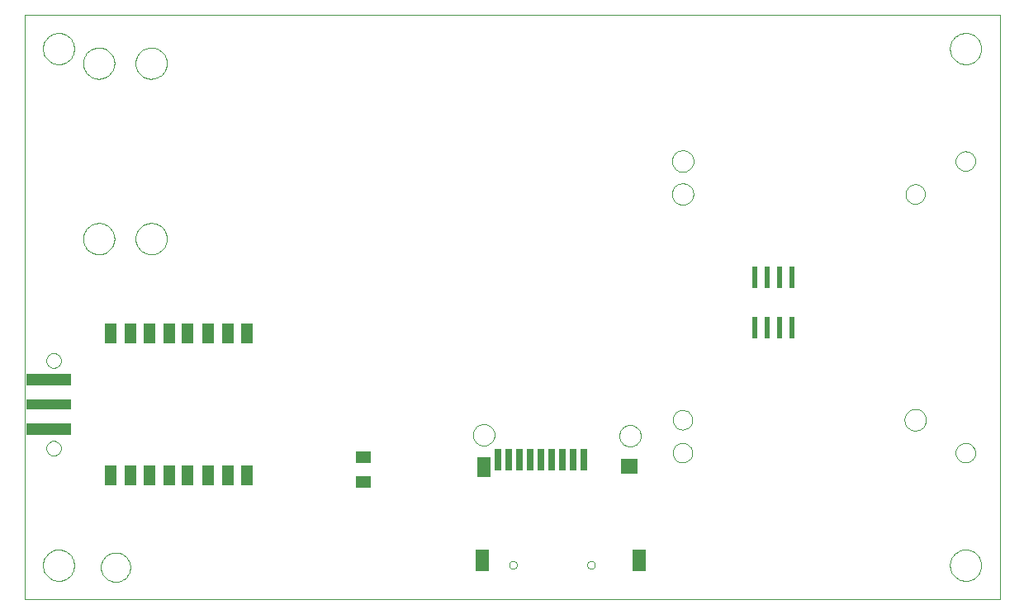
<source format=gtp>
G75*
%MOIN*%
%OFA0B0*%
%FSLAX24Y24*%
%IPPOS*%
%LPD*%
%AMOC8*
5,1,8,0,0,1.08239X$1,22.5*
%
%ADD10C,0.0000*%
%ADD11R,0.0276X0.0866*%
%ADD12R,0.0551X0.0787*%
%ADD13R,0.0551X0.0866*%
%ADD14R,0.0709X0.0630*%
%ADD15R,0.0236X0.0866*%
%ADD16R,0.0644X0.0500*%
%ADD17R,0.1800X0.0450*%
%ADD18R,0.1800X0.0400*%
%ADD19R,0.0472X0.0787*%
D10*
X004227Y002440D02*
X043597Y002440D01*
X043597Y026062D01*
X004227Y026062D01*
X004227Y002440D01*
X004975Y003818D02*
X004977Y003868D01*
X004983Y003918D01*
X004993Y003967D01*
X005007Y004015D01*
X005024Y004062D01*
X005045Y004107D01*
X005070Y004151D01*
X005098Y004192D01*
X005130Y004231D01*
X005164Y004268D01*
X005201Y004302D01*
X005241Y004332D01*
X005283Y004359D01*
X005327Y004383D01*
X005373Y004404D01*
X005420Y004420D01*
X005468Y004433D01*
X005518Y004442D01*
X005567Y004447D01*
X005618Y004448D01*
X005668Y004445D01*
X005717Y004438D01*
X005766Y004427D01*
X005814Y004412D01*
X005860Y004394D01*
X005905Y004372D01*
X005948Y004346D01*
X005989Y004317D01*
X006028Y004285D01*
X006064Y004250D01*
X006096Y004212D01*
X006126Y004172D01*
X006153Y004129D01*
X006176Y004085D01*
X006195Y004039D01*
X006211Y003991D01*
X006223Y003942D01*
X006231Y003893D01*
X006235Y003843D01*
X006235Y003793D01*
X006231Y003743D01*
X006223Y003694D01*
X006211Y003645D01*
X006195Y003597D01*
X006176Y003551D01*
X006153Y003507D01*
X006126Y003464D01*
X006096Y003424D01*
X006064Y003386D01*
X006028Y003351D01*
X005989Y003319D01*
X005948Y003290D01*
X005905Y003264D01*
X005860Y003242D01*
X005814Y003224D01*
X005766Y003209D01*
X005717Y003198D01*
X005668Y003191D01*
X005618Y003188D01*
X005567Y003189D01*
X005518Y003194D01*
X005468Y003203D01*
X005420Y003216D01*
X005373Y003232D01*
X005327Y003253D01*
X005283Y003277D01*
X005241Y003304D01*
X005201Y003334D01*
X005164Y003368D01*
X005130Y003405D01*
X005098Y003444D01*
X005070Y003485D01*
X005045Y003529D01*
X005024Y003574D01*
X005007Y003621D01*
X004993Y003669D01*
X004983Y003718D01*
X004977Y003768D01*
X004975Y003818D01*
X007317Y003739D02*
X007319Y003787D01*
X007325Y003835D01*
X007335Y003882D01*
X007348Y003928D01*
X007366Y003973D01*
X007386Y004017D01*
X007411Y004059D01*
X007439Y004098D01*
X007469Y004135D01*
X007503Y004169D01*
X007540Y004201D01*
X007578Y004230D01*
X007619Y004255D01*
X007662Y004277D01*
X007707Y004295D01*
X007753Y004309D01*
X007800Y004320D01*
X007848Y004327D01*
X007896Y004330D01*
X007944Y004329D01*
X007992Y004324D01*
X008040Y004315D01*
X008086Y004303D01*
X008131Y004286D01*
X008175Y004266D01*
X008217Y004243D01*
X008257Y004216D01*
X008295Y004186D01*
X008330Y004153D01*
X008362Y004117D01*
X008392Y004079D01*
X008418Y004038D01*
X008440Y003995D01*
X008460Y003951D01*
X008475Y003906D01*
X008487Y003859D01*
X008495Y003811D01*
X008499Y003763D01*
X008499Y003715D01*
X008495Y003667D01*
X008487Y003619D01*
X008475Y003572D01*
X008460Y003527D01*
X008440Y003483D01*
X008418Y003440D01*
X008392Y003399D01*
X008362Y003361D01*
X008330Y003325D01*
X008295Y003292D01*
X008257Y003262D01*
X008217Y003235D01*
X008175Y003212D01*
X008131Y003192D01*
X008086Y003175D01*
X008040Y003163D01*
X007992Y003154D01*
X007944Y003149D01*
X007896Y003148D01*
X007848Y003151D01*
X007800Y003158D01*
X007753Y003169D01*
X007707Y003183D01*
X007662Y003201D01*
X007619Y003223D01*
X007578Y003248D01*
X007540Y003277D01*
X007503Y003309D01*
X007469Y003343D01*
X007439Y003380D01*
X007411Y003419D01*
X007386Y003461D01*
X007366Y003505D01*
X007348Y003550D01*
X007335Y003596D01*
X007325Y003643D01*
X007319Y003691D01*
X007317Y003739D01*
X005113Y008542D02*
X005115Y008576D01*
X005121Y008610D01*
X005131Y008643D01*
X005144Y008674D01*
X005162Y008704D01*
X005182Y008732D01*
X005206Y008757D01*
X005232Y008779D01*
X005260Y008797D01*
X005291Y008813D01*
X005323Y008825D01*
X005357Y008833D01*
X005391Y008837D01*
X005425Y008837D01*
X005459Y008833D01*
X005493Y008825D01*
X005525Y008813D01*
X005555Y008797D01*
X005584Y008779D01*
X005610Y008757D01*
X005634Y008732D01*
X005654Y008704D01*
X005672Y008674D01*
X005685Y008643D01*
X005695Y008610D01*
X005701Y008576D01*
X005703Y008542D01*
X005701Y008508D01*
X005695Y008474D01*
X005685Y008441D01*
X005672Y008410D01*
X005654Y008380D01*
X005634Y008352D01*
X005610Y008327D01*
X005584Y008305D01*
X005556Y008287D01*
X005525Y008271D01*
X005493Y008259D01*
X005459Y008251D01*
X005425Y008247D01*
X005391Y008247D01*
X005357Y008251D01*
X005323Y008259D01*
X005291Y008271D01*
X005260Y008287D01*
X005232Y008305D01*
X005206Y008327D01*
X005182Y008352D01*
X005162Y008380D01*
X005144Y008410D01*
X005131Y008441D01*
X005121Y008474D01*
X005115Y008508D01*
X005113Y008542D01*
X005113Y012086D02*
X005115Y012120D01*
X005121Y012154D01*
X005131Y012187D01*
X005144Y012218D01*
X005162Y012248D01*
X005182Y012276D01*
X005206Y012301D01*
X005232Y012323D01*
X005260Y012341D01*
X005291Y012357D01*
X005323Y012369D01*
X005357Y012377D01*
X005391Y012381D01*
X005425Y012381D01*
X005459Y012377D01*
X005493Y012369D01*
X005525Y012357D01*
X005555Y012341D01*
X005584Y012323D01*
X005610Y012301D01*
X005634Y012276D01*
X005654Y012248D01*
X005672Y012218D01*
X005685Y012187D01*
X005695Y012154D01*
X005701Y012120D01*
X005703Y012086D01*
X005701Y012052D01*
X005695Y012018D01*
X005685Y011985D01*
X005672Y011954D01*
X005654Y011924D01*
X005634Y011896D01*
X005610Y011871D01*
X005584Y011849D01*
X005556Y011831D01*
X005525Y011815D01*
X005493Y011803D01*
X005459Y011795D01*
X005425Y011791D01*
X005391Y011791D01*
X005357Y011795D01*
X005323Y011803D01*
X005291Y011815D01*
X005260Y011831D01*
X005232Y011849D01*
X005206Y011871D01*
X005182Y011896D01*
X005162Y011924D01*
X005144Y011954D01*
X005131Y011985D01*
X005121Y012018D01*
X005115Y012052D01*
X005113Y012086D01*
X006601Y017007D02*
X006603Y017057D01*
X006609Y017107D01*
X006619Y017156D01*
X006633Y017204D01*
X006650Y017251D01*
X006671Y017296D01*
X006696Y017340D01*
X006724Y017381D01*
X006756Y017420D01*
X006790Y017457D01*
X006827Y017491D01*
X006867Y017521D01*
X006909Y017548D01*
X006953Y017572D01*
X006999Y017593D01*
X007046Y017609D01*
X007094Y017622D01*
X007144Y017631D01*
X007193Y017636D01*
X007244Y017637D01*
X007294Y017634D01*
X007343Y017627D01*
X007392Y017616D01*
X007440Y017601D01*
X007486Y017583D01*
X007531Y017561D01*
X007574Y017535D01*
X007615Y017506D01*
X007654Y017474D01*
X007690Y017439D01*
X007722Y017401D01*
X007752Y017361D01*
X007779Y017318D01*
X007802Y017274D01*
X007821Y017228D01*
X007837Y017180D01*
X007849Y017131D01*
X007857Y017082D01*
X007861Y017032D01*
X007861Y016982D01*
X007857Y016932D01*
X007849Y016883D01*
X007837Y016834D01*
X007821Y016786D01*
X007802Y016740D01*
X007779Y016696D01*
X007752Y016653D01*
X007722Y016613D01*
X007690Y016575D01*
X007654Y016540D01*
X007615Y016508D01*
X007574Y016479D01*
X007531Y016453D01*
X007486Y016431D01*
X007440Y016413D01*
X007392Y016398D01*
X007343Y016387D01*
X007294Y016380D01*
X007244Y016377D01*
X007193Y016378D01*
X007144Y016383D01*
X007094Y016392D01*
X007046Y016405D01*
X006999Y016421D01*
X006953Y016442D01*
X006909Y016466D01*
X006867Y016493D01*
X006827Y016523D01*
X006790Y016557D01*
X006756Y016594D01*
X006724Y016633D01*
X006696Y016674D01*
X006671Y016718D01*
X006650Y016763D01*
X006633Y016810D01*
X006619Y016858D01*
X006609Y016907D01*
X006603Y016957D01*
X006601Y017007D01*
X008715Y017007D02*
X008717Y017057D01*
X008723Y017107D01*
X008733Y017156D01*
X008747Y017204D01*
X008764Y017251D01*
X008785Y017296D01*
X008810Y017340D01*
X008838Y017381D01*
X008870Y017420D01*
X008904Y017457D01*
X008941Y017491D01*
X008981Y017521D01*
X009023Y017548D01*
X009067Y017572D01*
X009113Y017593D01*
X009160Y017609D01*
X009208Y017622D01*
X009258Y017631D01*
X009307Y017636D01*
X009358Y017637D01*
X009408Y017634D01*
X009457Y017627D01*
X009506Y017616D01*
X009554Y017601D01*
X009600Y017583D01*
X009645Y017561D01*
X009688Y017535D01*
X009729Y017506D01*
X009768Y017474D01*
X009804Y017439D01*
X009836Y017401D01*
X009866Y017361D01*
X009893Y017318D01*
X009916Y017274D01*
X009935Y017228D01*
X009951Y017180D01*
X009963Y017131D01*
X009971Y017082D01*
X009975Y017032D01*
X009975Y016982D01*
X009971Y016932D01*
X009963Y016883D01*
X009951Y016834D01*
X009935Y016786D01*
X009916Y016740D01*
X009893Y016696D01*
X009866Y016653D01*
X009836Y016613D01*
X009804Y016575D01*
X009768Y016540D01*
X009729Y016508D01*
X009688Y016479D01*
X009645Y016453D01*
X009600Y016431D01*
X009554Y016413D01*
X009506Y016398D01*
X009457Y016387D01*
X009408Y016380D01*
X009358Y016377D01*
X009307Y016378D01*
X009258Y016383D01*
X009208Y016392D01*
X009160Y016405D01*
X009113Y016421D01*
X009067Y016442D01*
X009023Y016466D01*
X008981Y016493D01*
X008941Y016523D01*
X008904Y016557D01*
X008870Y016594D01*
X008838Y016633D01*
X008810Y016674D01*
X008785Y016718D01*
X008764Y016763D01*
X008747Y016810D01*
X008733Y016858D01*
X008723Y016907D01*
X008717Y016957D01*
X008715Y017007D01*
X008715Y024094D02*
X008717Y024144D01*
X008723Y024194D01*
X008733Y024243D01*
X008747Y024291D01*
X008764Y024338D01*
X008785Y024383D01*
X008810Y024427D01*
X008838Y024468D01*
X008870Y024507D01*
X008904Y024544D01*
X008941Y024578D01*
X008981Y024608D01*
X009023Y024635D01*
X009067Y024659D01*
X009113Y024680D01*
X009160Y024696D01*
X009208Y024709D01*
X009258Y024718D01*
X009307Y024723D01*
X009358Y024724D01*
X009408Y024721D01*
X009457Y024714D01*
X009506Y024703D01*
X009554Y024688D01*
X009600Y024670D01*
X009645Y024648D01*
X009688Y024622D01*
X009729Y024593D01*
X009768Y024561D01*
X009804Y024526D01*
X009836Y024488D01*
X009866Y024448D01*
X009893Y024405D01*
X009916Y024361D01*
X009935Y024315D01*
X009951Y024267D01*
X009963Y024218D01*
X009971Y024169D01*
X009975Y024119D01*
X009975Y024069D01*
X009971Y024019D01*
X009963Y023970D01*
X009951Y023921D01*
X009935Y023873D01*
X009916Y023827D01*
X009893Y023783D01*
X009866Y023740D01*
X009836Y023700D01*
X009804Y023662D01*
X009768Y023627D01*
X009729Y023595D01*
X009688Y023566D01*
X009645Y023540D01*
X009600Y023518D01*
X009554Y023500D01*
X009506Y023485D01*
X009457Y023474D01*
X009408Y023467D01*
X009358Y023464D01*
X009307Y023465D01*
X009258Y023470D01*
X009208Y023479D01*
X009160Y023492D01*
X009113Y023508D01*
X009067Y023529D01*
X009023Y023553D01*
X008981Y023580D01*
X008941Y023610D01*
X008904Y023644D01*
X008870Y023681D01*
X008838Y023720D01*
X008810Y023761D01*
X008785Y023805D01*
X008764Y023850D01*
X008747Y023897D01*
X008733Y023945D01*
X008723Y023994D01*
X008717Y024044D01*
X008715Y024094D01*
X006601Y024094D02*
X006603Y024144D01*
X006609Y024194D01*
X006619Y024243D01*
X006633Y024291D01*
X006650Y024338D01*
X006671Y024383D01*
X006696Y024427D01*
X006724Y024468D01*
X006756Y024507D01*
X006790Y024544D01*
X006827Y024578D01*
X006867Y024608D01*
X006909Y024635D01*
X006953Y024659D01*
X006999Y024680D01*
X007046Y024696D01*
X007094Y024709D01*
X007144Y024718D01*
X007193Y024723D01*
X007244Y024724D01*
X007294Y024721D01*
X007343Y024714D01*
X007392Y024703D01*
X007440Y024688D01*
X007486Y024670D01*
X007531Y024648D01*
X007574Y024622D01*
X007615Y024593D01*
X007654Y024561D01*
X007690Y024526D01*
X007722Y024488D01*
X007752Y024448D01*
X007779Y024405D01*
X007802Y024361D01*
X007821Y024315D01*
X007837Y024267D01*
X007849Y024218D01*
X007857Y024169D01*
X007861Y024119D01*
X007861Y024069D01*
X007857Y024019D01*
X007849Y023970D01*
X007837Y023921D01*
X007821Y023873D01*
X007802Y023827D01*
X007779Y023783D01*
X007752Y023740D01*
X007722Y023700D01*
X007690Y023662D01*
X007654Y023627D01*
X007615Y023595D01*
X007574Y023566D01*
X007531Y023540D01*
X007486Y023518D01*
X007440Y023500D01*
X007392Y023485D01*
X007343Y023474D01*
X007294Y023467D01*
X007244Y023464D01*
X007193Y023465D01*
X007144Y023470D01*
X007094Y023479D01*
X007046Y023492D01*
X006999Y023508D01*
X006953Y023529D01*
X006909Y023553D01*
X006867Y023580D01*
X006827Y023610D01*
X006790Y023644D01*
X006756Y023681D01*
X006724Y023720D01*
X006696Y023761D01*
X006671Y023805D01*
X006650Y023850D01*
X006633Y023897D01*
X006619Y023945D01*
X006609Y023994D01*
X006603Y024044D01*
X006601Y024094D01*
X004975Y024684D02*
X004977Y024734D01*
X004983Y024784D01*
X004993Y024833D01*
X005007Y024881D01*
X005024Y024928D01*
X005045Y024973D01*
X005070Y025017D01*
X005098Y025058D01*
X005130Y025097D01*
X005164Y025134D01*
X005201Y025168D01*
X005241Y025198D01*
X005283Y025225D01*
X005327Y025249D01*
X005373Y025270D01*
X005420Y025286D01*
X005468Y025299D01*
X005518Y025308D01*
X005567Y025313D01*
X005618Y025314D01*
X005668Y025311D01*
X005717Y025304D01*
X005766Y025293D01*
X005814Y025278D01*
X005860Y025260D01*
X005905Y025238D01*
X005948Y025212D01*
X005989Y025183D01*
X006028Y025151D01*
X006064Y025116D01*
X006096Y025078D01*
X006126Y025038D01*
X006153Y024995D01*
X006176Y024951D01*
X006195Y024905D01*
X006211Y024857D01*
X006223Y024808D01*
X006231Y024759D01*
X006235Y024709D01*
X006235Y024659D01*
X006231Y024609D01*
X006223Y024560D01*
X006211Y024511D01*
X006195Y024463D01*
X006176Y024417D01*
X006153Y024373D01*
X006126Y024330D01*
X006096Y024290D01*
X006064Y024252D01*
X006028Y024217D01*
X005989Y024185D01*
X005948Y024156D01*
X005905Y024130D01*
X005860Y024108D01*
X005814Y024090D01*
X005766Y024075D01*
X005717Y024064D01*
X005668Y024057D01*
X005618Y024054D01*
X005567Y024055D01*
X005518Y024060D01*
X005468Y024069D01*
X005420Y024082D01*
X005373Y024098D01*
X005327Y024119D01*
X005283Y024143D01*
X005241Y024170D01*
X005201Y024200D01*
X005164Y024234D01*
X005130Y024271D01*
X005098Y024310D01*
X005070Y024351D01*
X005045Y024395D01*
X005024Y024440D01*
X005007Y024487D01*
X004993Y024535D01*
X004983Y024584D01*
X004977Y024634D01*
X004975Y024684D01*
X030368Y020141D02*
X030370Y020182D01*
X030376Y020223D01*
X030386Y020263D01*
X030399Y020302D01*
X030416Y020339D01*
X030437Y020375D01*
X030461Y020409D01*
X030488Y020440D01*
X030517Y020468D01*
X030550Y020494D01*
X030584Y020516D01*
X030621Y020535D01*
X030659Y020550D01*
X030699Y020562D01*
X030739Y020570D01*
X030780Y020574D01*
X030822Y020574D01*
X030863Y020570D01*
X030903Y020562D01*
X030943Y020550D01*
X030981Y020535D01*
X031017Y020516D01*
X031052Y020494D01*
X031085Y020468D01*
X031114Y020440D01*
X031141Y020409D01*
X031165Y020375D01*
X031186Y020339D01*
X031203Y020302D01*
X031216Y020263D01*
X031226Y020223D01*
X031232Y020182D01*
X031234Y020141D01*
X031232Y020100D01*
X031226Y020059D01*
X031216Y020019D01*
X031203Y019980D01*
X031186Y019943D01*
X031165Y019907D01*
X031141Y019873D01*
X031114Y019842D01*
X031085Y019814D01*
X031052Y019788D01*
X031018Y019766D01*
X030981Y019747D01*
X030943Y019732D01*
X030903Y019720D01*
X030863Y019712D01*
X030822Y019708D01*
X030780Y019708D01*
X030739Y019712D01*
X030699Y019720D01*
X030659Y019732D01*
X030621Y019747D01*
X030585Y019766D01*
X030550Y019788D01*
X030517Y019814D01*
X030488Y019842D01*
X030461Y019873D01*
X030437Y019907D01*
X030416Y019943D01*
X030399Y019980D01*
X030386Y020019D01*
X030376Y020059D01*
X030370Y020100D01*
X030368Y020141D01*
X030364Y018810D02*
X030366Y018851D01*
X030372Y018892D01*
X030382Y018932D01*
X030395Y018971D01*
X030412Y019008D01*
X030433Y019044D01*
X030457Y019078D01*
X030484Y019109D01*
X030513Y019137D01*
X030546Y019163D01*
X030580Y019185D01*
X030617Y019204D01*
X030655Y019219D01*
X030695Y019231D01*
X030735Y019239D01*
X030776Y019243D01*
X030818Y019243D01*
X030859Y019239D01*
X030899Y019231D01*
X030939Y019219D01*
X030977Y019204D01*
X031013Y019185D01*
X031048Y019163D01*
X031081Y019137D01*
X031110Y019109D01*
X031137Y019078D01*
X031161Y019044D01*
X031182Y019008D01*
X031199Y018971D01*
X031212Y018932D01*
X031222Y018892D01*
X031228Y018851D01*
X031230Y018810D01*
X031228Y018769D01*
X031222Y018728D01*
X031212Y018688D01*
X031199Y018649D01*
X031182Y018612D01*
X031161Y018576D01*
X031137Y018542D01*
X031110Y018511D01*
X031081Y018483D01*
X031048Y018457D01*
X031014Y018435D01*
X030977Y018416D01*
X030939Y018401D01*
X030899Y018389D01*
X030859Y018381D01*
X030818Y018377D01*
X030776Y018377D01*
X030735Y018381D01*
X030695Y018389D01*
X030655Y018401D01*
X030617Y018416D01*
X030581Y018435D01*
X030546Y018457D01*
X030513Y018483D01*
X030484Y018511D01*
X030457Y018542D01*
X030433Y018576D01*
X030412Y018612D01*
X030395Y018649D01*
X030382Y018688D01*
X030372Y018728D01*
X030366Y018769D01*
X030364Y018810D01*
X039793Y018810D02*
X039795Y018849D01*
X039801Y018888D01*
X039811Y018926D01*
X039824Y018963D01*
X039841Y018998D01*
X039861Y019032D01*
X039885Y019063D01*
X039912Y019092D01*
X039941Y019118D01*
X039973Y019141D01*
X040007Y019161D01*
X040043Y019177D01*
X040080Y019189D01*
X040119Y019198D01*
X040158Y019203D01*
X040197Y019204D01*
X040236Y019201D01*
X040275Y019194D01*
X040312Y019183D01*
X040349Y019169D01*
X040384Y019151D01*
X040417Y019130D01*
X040448Y019105D01*
X040476Y019078D01*
X040501Y019048D01*
X040523Y019015D01*
X040542Y018981D01*
X040557Y018945D01*
X040569Y018907D01*
X040577Y018869D01*
X040581Y018830D01*
X040581Y018790D01*
X040577Y018751D01*
X040569Y018713D01*
X040557Y018675D01*
X040542Y018639D01*
X040523Y018605D01*
X040501Y018572D01*
X040476Y018542D01*
X040448Y018515D01*
X040417Y018490D01*
X040384Y018469D01*
X040349Y018451D01*
X040312Y018437D01*
X040275Y018426D01*
X040236Y018419D01*
X040197Y018416D01*
X040158Y018417D01*
X040119Y018422D01*
X040080Y018431D01*
X040043Y018443D01*
X040007Y018459D01*
X039973Y018479D01*
X039941Y018502D01*
X039912Y018528D01*
X039885Y018557D01*
X039861Y018588D01*
X039841Y018622D01*
X039824Y018657D01*
X039811Y018694D01*
X039801Y018732D01*
X039795Y018771D01*
X039793Y018810D01*
X041817Y020141D02*
X041819Y020180D01*
X041825Y020219D01*
X041835Y020257D01*
X041848Y020294D01*
X041865Y020329D01*
X041885Y020363D01*
X041909Y020394D01*
X041936Y020423D01*
X041965Y020449D01*
X041997Y020472D01*
X042031Y020492D01*
X042067Y020508D01*
X042104Y020520D01*
X042143Y020529D01*
X042182Y020534D01*
X042221Y020535D01*
X042260Y020532D01*
X042299Y020525D01*
X042336Y020514D01*
X042373Y020500D01*
X042408Y020482D01*
X042441Y020461D01*
X042472Y020436D01*
X042500Y020409D01*
X042525Y020379D01*
X042547Y020346D01*
X042566Y020312D01*
X042581Y020276D01*
X042593Y020238D01*
X042601Y020200D01*
X042605Y020161D01*
X042605Y020121D01*
X042601Y020082D01*
X042593Y020044D01*
X042581Y020006D01*
X042566Y019970D01*
X042547Y019936D01*
X042525Y019903D01*
X042500Y019873D01*
X042472Y019846D01*
X042441Y019821D01*
X042408Y019800D01*
X042373Y019782D01*
X042336Y019768D01*
X042299Y019757D01*
X042260Y019750D01*
X042221Y019747D01*
X042182Y019748D01*
X042143Y019753D01*
X042104Y019762D01*
X042067Y019774D01*
X042031Y019790D01*
X041997Y019810D01*
X041965Y019833D01*
X041936Y019859D01*
X041909Y019888D01*
X041885Y019919D01*
X041865Y019953D01*
X041848Y019988D01*
X041835Y020025D01*
X041825Y020063D01*
X041819Y020102D01*
X041817Y020141D01*
X041589Y024684D02*
X041591Y024734D01*
X041597Y024784D01*
X041607Y024833D01*
X041621Y024881D01*
X041638Y024928D01*
X041659Y024973D01*
X041684Y025017D01*
X041712Y025058D01*
X041744Y025097D01*
X041778Y025134D01*
X041815Y025168D01*
X041855Y025198D01*
X041897Y025225D01*
X041941Y025249D01*
X041987Y025270D01*
X042034Y025286D01*
X042082Y025299D01*
X042132Y025308D01*
X042181Y025313D01*
X042232Y025314D01*
X042282Y025311D01*
X042331Y025304D01*
X042380Y025293D01*
X042428Y025278D01*
X042474Y025260D01*
X042519Y025238D01*
X042562Y025212D01*
X042603Y025183D01*
X042642Y025151D01*
X042678Y025116D01*
X042710Y025078D01*
X042740Y025038D01*
X042767Y024995D01*
X042790Y024951D01*
X042809Y024905D01*
X042825Y024857D01*
X042837Y024808D01*
X042845Y024759D01*
X042849Y024709D01*
X042849Y024659D01*
X042845Y024609D01*
X042837Y024560D01*
X042825Y024511D01*
X042809Y024463D01*
X042790Y024417D01*
X042767Y024373D01*
X042740Y024330D01*
X042710Y024290D01*
X042678Y024252D01*
X042642Y024217D01*
X042603Y024185D01*
X042562Y024156D01*
X042519Y024130D01*
X042474Y024108D01*
X042428Y024090D01*
X042380Y024075D01*
X042331Y024064D01*
X042282Y024057D01*
X042232Y024054D01*
X042181Y024055D01*
X042132Y024060D01*
X042082Y024069D01*
X042034Y024082D01*
X041987Y024098D01*
X041941Y024119D01*
X041897Y024143D01*
X041855Y024170D01*
X041815Y024200D01*
X041778Y024234D01*
X041744Y024271D01*
X041712Y024310D01*
X041684Y024351D01*
X041659Y024395D01*
X041638Y024440D01*
X041621Y024487D01*
X041607Y024535D01*
X041597Y024584D01*
X041591Y024634D01*
X041589Y024684D01*
X039754Y009692D02*
X039756Y009733D01*
X039762Y009774D01*
X039772Y009814D01*
X039785Y009853D01*
X039802Y009890D01*
X039823Y009926D01*
X039847Y009960D01*
X039874Y009991D01*
X039903Y010019D01*
X039936Y010045D01*
X039970Y010067D01*
X040007Y010086D01*
X040045Y010101D01*
X040085Y010113D01*
X040125Y010121D01*
X040166Y010125D01*
X040208Y010125D01*
X040249Y010121D01*
X040289Y010113D01*
X040329Y010101D01*
X040367Y010086D01*
X040403Y010067D01*
X040438Y010045D01*
X040471Y010019D01*
X040500Y009991D01*
X040527Y009960D01*
X040551Y009926D01*
X040572Y009890D01*
X040589Y009853D01*
X040602Y009814D01*
X040612Y009774D01*
X040618Y009733D01*
X040620Y009692D01*
X040618Y009651D01*
X040612Y009610D01*
X040602Y009570D01*
X040589Y009531D01*
X040572Y009494D01*
X040551Y009458D01*
X040527Y009424D01*
X040500Y009393D01*
X040471Y009365D01*
X040438Y009339D01*
X040404Y009317D01*
X040367Y009298D01*
X040329Y009283D01*
X040289Y009271D01*
X040249Y009263D01*
X040208Y009259D01*
X040166Y009259D01*
X040125Y009263D01*
X040085Y009271D01*
X040045Y009283D01*
X040007Y009298D01*
X039971Y009317D01*
X039936Y009339D01*
X039903Y009365D01*
X039874Y009393D01*
X039847Y009424D01*
X039823Y009458D01*
X039802Y009494D01*
X039785Y009531D01*
X039772Y009570D01*
X039762Y009610D01*
X039756Y009651D01*
X039754Y009692D01*
X041817Y008361D02*
X041819Y008400D01*
X041825Y008439D01*
X041835Y008477D01*
X041848Y008514D01*
X041865Y008549D01*
X041885Y008583D01*
X041909Y008614D01*
X041936Y008643D01*
X041965Y008669D01*
X041997Y008692D01*
X042031Y008712D01*
X042067Y008728D01*
X042104Y008740D01*
X042143Y008749D01*
X042182Y008754D01*
X042221Y008755D01*
X042260Y008752D01*
X042299Y008745D01*
X042336Y008734D01*
X042373Y008720D01*
X042408Y008702D01*
X042441Y008681D01*
X042472Y008656D01*
X042500Y008629D01*
X042525Y008599D01*
X042547Y008566D01*
X042566Y008532D01*
X042581Y008496D01*
X042593Y008458D01*
X042601Y008420D01*
X042605Y008381D01*
X042605Y008341D01*
X042601Y008302D01*
X042593Y008264D01*
X042581Y008226D01*
X042566Y008190D01*
X042547Y008156D01*
X042525Y008123D01*
X042500Y008093D01*
X042472Y008066D01*
X042441Y008041D01*
X042408Y008020D01*
X042373Y008002D01*
X042336Y007988D01*
X042299Y007977D01*
X042260Y007970D01*
X042221Y007967D01*
X042182Y007968D01*
X042143Y007973D01*
X042104Y007982D01*
X042067Y007994D01*
X042031Y008010D01*
X041997Y008030D01*
X041965Y008053D01*
X041936Y008079D01*
X041909Y008108D01*
X041885Y008139D01*
X041865Y008173D01*
X041848Y008208D01*
X041835Y008245D01*
X041825Y008283D01*
X041819Y008322D01*
X041817Y008361D01*
X041589Y003818D02*
X041591Y003868D01*
X041597Y003918D01*
X041607Y003967D01*
X041621Y004015D01*
X041638Y004062D01*
X041659Y004107D01*
X041684Y004151D01*
X041712Y004192D01*
X041744Y004231D01*
X041778Y004268D01*
X041815Y004302D01*
X041855Y004332D01*
X041897Y004359D01*
X041941Y004383D01*
X041987Y004404D01*
X042034Y004420D01*
X042082Y004433D01*
X042132Y004442D01*
X042181Y004447D01*
X042232Y004448D01*
X042282Y004445D01*
X042331Y004438D01*
X042380Y004427D01*
X042428Y004412D01*
X042474Y004394D01*
X042519Y004372D01*
X042562Y004346D01*
X042603Y004317D01*
X042642Y004285D01*
X042678Y004250D01*
X042710Y004212D01*
X042740Y004172D01*
X042767Y004129D01*
X042790Y004085D01*
X042809Y004039D01*
X042825Y003991D01*
X042837Y003942D01*
X042845Y003893D01*
X042849Y003843D01*
X042849Y003793D01*
X042845Y003743D01*
X042837Y003694D01*
X042825Y003645D01*
X042809Y003597D01*
X042790Y003551D01*
X042767Y003507D01*
X042740Y003464D01*
X042710Y003424D01*
X042678Y003386D01*
X042642Y003351D01*
X042603Y003319D01*
X042562Y003290D01*
X042519Y003264D01*
X042474Y003242D01*
X042428Y003224D01*
X042380Y003209D01*
X042331Y003198D01*
X042282Y003191D01*
X042232Y003188D01*
X042181Y003189D01*
X042132Y003194D01*
X042082Y003203D01*
X042034Y003216D01*
X041987Y003232D01*
X041941Y003253D01*
X041897Y003277D01*
X041855Y003304D01*
X041815Y003334D01*
X041778Y003368D01*
X041744Y003405D01*
X041712Y003444D01*
X041684Y003485D01*
X041659Y003529D01*
X041638Y003574D01*
X041621Y003621D01*
X041607Y003669D01*
X041597Y003718D01*
X041591Y003768D01*
X041589Y003818D01*
X030400Y008361D02*
X030402Y008400D01*
X030408Y008439D01*
X030418Y008477D01*
X030431Y008514D01*
X030448Y008549D01*
X030468Y008583D01*
X030492Y008614D01*
X030519Y008643D01*
X030548Y008669D01*
X030580Y008692D01*
X030614Y008712D01*
X030650Y008728D01*
X030687Y008740D01*
X030726Y008749D01*
X030765Y008754D01*
X030804Y008755D01*
X030843Y008752D01*
X030882Y008745D01*
X030919Y008734D01*
X030956Y008720D01*
X030991Y008702D01*
X031024Y008681D01*
X031055Y008656D01*
X031083Y008629D01*
X031108Y008599D01*
X031130Y008566D01*
X031149Y008532D01*
X031164Y008496D01*
X031176Y008458D01*
X031184Y008420D01*
X031188Y008381D01*
X031188Y008341D01*
X031184Y008302D01*
X031176Y008264D01*
X031164Y008226D01*
X031149Y008190D01*
X031130Y008156D01*
X031108Y008123D01*
X031083Y008093D01*
X031055Y008066D01*
X031024Y008041D01*
X030991Y008020D01*
X030956Y008002D01*
X030919Y007988D01*
X030882Y007977D01*
X030843Y007970D01*
X030804Y007967D01*
X030765Y007968D01*
X030726Y007973D01*
X030687Y007982D01*
X030650Y007994D01*
X030614Y008010D01*
X030580Y008030D01*
X030548Y008053D01*
X030519Y008079D01*
X030492Y008108D01*
X030468Y008139D01*
X030448Y008173D01*
X030431Y008208D01*
X030418Y008245D01*
X030408Y008283D01*
X030402Y008322D01*
X030400Y008361D01*
X028242Y009046D02*
X028244Y009087D01*
X028250Y009128D01*
X028260Y009168D01*
X028273Y009207D01*
X028290Y009244D01*
X028311Y009280D01*
X028335Y009314D01*
X028362Y009345D01*
X028391Y009373D01*
X028424Y009399D01*
X028458Y009421D01*
X028495Y009440D01*
X028533Y009455D01*
X028573Y009467D01*
X028613Y009475D01*
X028654Y009479D01*
X028696Y009479D01*
X028737Y009475D01*
X028777Y009467D01*
X028817Y009455D01*
X028855Y009440D01*
X028891Y009421D01*
X028926Y009399D01*
X028959Y009373D01*
X028988Y009345D01*
X029015Y009314D01*
X029039Y009280D01*
X029060Y009244D01*
X029077Y009207D01*
X029090Y009168D01*
X029100Y009128D01*
X029106Y009087D01*
X029108Y009046D01*
X029106Y009005D01*
X029100Y008964D01*
X029090Y008924D01*
X029077Y008885D01*
X029060Y008848D01*
X029039Y008812D01*
X029015Y008778D01*
X028988Y008747D01*
X028959Y008719D01*
X028926Y008693D01*
X028892Y008671D01*
X028855Y008652D01*
X028817Y008637D01*
X028777Y008625D01*
X028737Y008617D01*
X028696Y008613D01*
X028654Y008613D01*
X028613Y008617D01*
X028573Y008625D01*
X028533Y008637D01*
X028495Y008652D01*
X028459Y008671D01*
X028424Y008693D01*
X028391Y008719D01*
X028362Y008747D01*
X028335Y008778D01*
X028311Y008812D01*
X028290Y008848D01*
X028273Y008885D01*
X028260Y008924D01*
X028250Y008964D01*
X028244Y009005D01*
X028242Y009046D01*
X030403Y009692D02*
X030405Y009731D01*
X030411Y009770D01*
X030421Y009808D01*
X030434Y009845D01*
X030451Y009880D01*
X030471Y009914D01*
X030495Y009945D01*
X030522Y009974D01*
X030551Y010000D01*
X030583Y010023D01*
X030617Y010043D01*
X030653Y010059D01*
X030690Y010071D01*
X030729Y010080D01*
X030768Y010085D01*
X030807Y010086D01*
X030846Y010083D01*
X030885Y010076D01*
X030922Y010065D01*
X030959Y010051D01*
X030994Y010033D01*
X031027Y010012D01*
X031058Y009987D01*
X031086Y009960D01*
X031111Y009930D01*
X031133Y009897D01*
X031152Y009863D01*
X031167Y009827D01*
X031179Y009789D01*
X031187Y009751D01*
X031191Y009712D01*
X031191Y009672D01*
X031187Y009633D01*
X031179Y009595D01*
X031167Y009557D01*
X031152Y009521D01*
X031133Y009487D01*
X031111Y009454D01*
X031086Y009424D01*
X031058Y009397D01*
X031027Y009372D01*
X030994Y009351D01*
X030959Y009333D01*
X030922Y009319D01*
X030885Y009308D01*
X030846Y009301D01*
X030807Y009298D01*
X030768Y009299D01*
X030729Y009304D01*
X030690Y009313D01*
X030653Y009325D01*
X030617Y009341D01*
X030583Y009361D01*
X030551Y009384D01*
X030522Y009410D01*
X030495Y009439D01*
X030471Y009470D01*
X030451Y009504D01*
X030434Y009539D01*
X030421Y009576D01*
X030411Y009614D01*
X030405Y009653D01*
X030403Y009692D01*
X022337Y009086D02*
X022339Y009127D01*
X022345Y009168D01*
X022355Y009208D01*
X022368Y009247D01*
X022385Y009284D01*
X022406Y009320D01*
X022430Y009354D01*
X022457Y009385D01*
X022486Y009413D01*
X022519Y009439D01*
X022553Y009461D01*
X022590Y009480D01*
X022628Y009495D01*
X022668Y009507D01*
X022708Y009515D01*
X022749Y009519D01*
X022791Y009519D01*
X022832Y009515D01*
X022872Y009507D01*
X022912Y009495D01*
X022950Y009480D01*
X022986Y009461D01*
X023021Y009439D01*
X023054Y009413D01*
X023083Y009385D01*
X023110Y009354D01*
X023134Y009320D01*
X023155Y009284D01*
X023172Y009247D01*
X023185Y009208D01*
X023195Y009168D01*
X023201Y009127D01*
X023203Y009086D01*
X023201Y009045D01*
X023195Y009004D01*
X023185Y008964D01*
X023172Y008925D01*
X023155Y008888D01*
X023134Y008852D01*
X023110Y008818D01*
X023083Y008787D01*
X023054Y008759D01*
X023021Y008733D01*
X022987Y008711D01*
X022950Y008692D01*
X022912Y008677D01*
X022872Y008665D01*
X022832Y008657D01*
X022791Y008653D01*
X022749Y008653D01*
X022708Y008657D01*
X022668Y008665D01*
X022628Y008677D01*
X022590Y008692D01*
X022554Y008711D01*
X022519Y008733D01*
X022486Y008759D01*
X022457Y008787D01*
X022430Y008818D01*
X022406Y008852D01*
X022385Y008888D01*
X022368Y008925D01*
X022355Y008964D01*
X022345Y009004D01*
X022339Y009045D01*
X022337Y009086D01*
X023794Y003830D02*
X023796Y003855D01*
X023802Y003879D01*
X023811Y003901D01*
X023824Y003922D01*
X023840Y003941D01*
X023859Y003957D01*
X023880Y003970D01*
X023902Y003979D01*
X023926Y003985D01*
X023951Y003987D01*
X023976Y003985D01*
X024000Y003979D01*
X024022Y003970D01*
X024043Y003957D01*
X024062Y003941D01*
X024078Y003922D01*
X024091Y003901D01*
X024100Y003879D01*
X024106Y003855D01*
X024108Y003830D01*
X024106Y003805D01*
X024100Y003781D01*
X024091Y003759D01*
X024078Y003738D01*
X024062Y003719D01*
X024043Y003703D01*
X024022Y003690D01*
X024000Y003681D01*
X023976Y003675D01*
X023951Y003673D01*
X023926Y003675D01*
X023902Y003681D01*
X023880Y003690D01*
X023859Y003703D01*
X023840Y003719D01*
X023824Y003738D01*
X023811Y003759D01*
X023802Y003781D01*
X023796Y003805D01*
X023794Y003830D01*
X026944Y003830D02*
X026946Y003855D01*
X026952Y003879D01*
X026961Y003901D01*
X026974Y003922D01*
X026990Y003941D01*
X027009Y003957D01*
X027030Y003970D01*
X027052Y003979D01*
X027076Y003985D01*
X027101Y003987D01*
X027126Y003985D01*
X027150Y003979D01*
X027172Y003970D01*
X027193Y003957D01*
X027212Y003941D01*
X027228Y003922D01*
X027241Y003901D01*
X027250Y003879D01*
X027256Y003855D01*
X027258Y003830D01*
X027256Y003805D01*
X027250Y003781D01*
X027241Y003759D01*
X027228Y003738D01*
X027212Y003719D01*
X027193Y003703D01*
X027172Y003690D01*
X027150Y003681D01*
X027126Y003675D01*
X027101Y003673D01*
X027076Y003675D01*
X027052Y003681D01*
X027030Y003690D01*
X027009Y003703D01*
X026990Y003719D01*
X026974Y003738D01*
X026961Y003759D01*
X026952Y003781D01*
X026946Y003805D01*
X026944Y003830D01*
D11*
X026805Y008082D03*
X026372Y008082D03*
X025939Y008082D03*
X025506Y008082D03*
X025073Y008082D03*
X024640Y008082D03*
X024207Y008082D03*
X023774Y008082D03*
X023341Y008082D03*
D12*
X022770Y007767D03*
D13*
X022711Y004007D03*
X029049Y004007D03*
D14*
X028636Y007806D03*
D15*
X033721Y013416D03*
X034221Y013416D03*
X034721Y013416D03*
X035221Y013416D03*
X035221Y015464D03*
X034721Y015464D03*
X034221Y015464D03*
X033721Y015464D03*
D16*
X017912Y008188D03*
X017912Y007188D03*
D17*
X005207Y009314D03*
X005207Y011314D03*
D18*
X005207Y010314D03*
D19*
X007707Y013168D03*
X008494Y013168D03*
X009282Y013168D03*
X010069Y013168D03*
X010817Y013168D03*
X011644Y013168D03*
X012431Y013168D03*
X013219Y013168D03*
X013219Y007460D03*
X012431Y007460D03*
X011644Y007460D03*
X010817Y007460D03*
X010069Y007460D03*
X009282Y007460D03*
X008494Y007460D03*
X007707Y007460D03*
M02*

</source>
